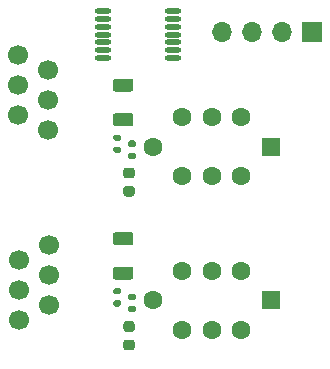
<source format=gbr>
%TF.GenerationSoftware,KiCad,Pcbnew,(5.1.9-0-10_14)*%
%TF.CreationDate,2021-07-01T16:45:12-07:00*%
%TF.ProjectId,vantroller_v5_display,76616e74-726f-46c6-9c65-725f76355f64,rev?*%
%TF.SameCoordinates,Original*%
%TF.FileFunction,Soldermask,Top*%
%TF.FilePolarity,Negative*%
%FSLAX46Y46*%
G04 Gerber Fmt 4.6, Leading zero omitted, Abs format (unit mm)*
G04 Created by KiCad (PCBNEW (5.1.9-0-10_14)) date 2021-07-01 16:45:12*
%MOMM*%
%LPD*%
G01*
G04 APERTURE LIST*
%ADD10O,1.400000X0.449999*%
%ADD11C,1.600000*%
%ADD12R,1.600000X1.600000*%
%ADD13O,1.700000X1.700000*%
%ADD14R,1.700000X1.700000*%
%ADD15C,1.700000*%
G04 APERTURE END LIST*
D10*
%TO.C,U1*%
X76950002Y-34700001D03*
X76950002Y-34050000D03*
X76950002Y-33400001D03*
X76950002Y-32750000D03*
X76950002Y-32100001D03*
X76950002Y-31450000D03*
X76950002Y-30800001D03*
X71050001Y-30800001D03*
X71050001Y-31450000D03*
X71050001Y-32100001D03*
X71050001Y-32750000D03*
X71050001Y-33400001D03*
X71050001Y-34050000D03*
X71050001Y-34700001D03*
%TD*%
D11*
%TO.C,S2*%
X82750000Y-52750000D03*
X80250000Y-52750000D03*
X77750000Y-52750000D03*
X82750000Y-57750000D03*
X80250000Y-57750000D03*
X77750000Y-57750000D03*
D12*
X85250000Y-55250000D03*
D11*
X75250000Y-55250000D03*
%TD*%
%TO.C,S1*%
X82750000Y-39750000D03*
X80250000Y-39750000D03*
X77750000Y-39750000D03*
X82750000Y-44750000D03*
X80250000Y-44750000D03*
X77750000Y-44750000D03*
D12*
X85250000Y-42250000D03*
D11*
X75250000Y-42250000D03*
%TD*%
%TO.C,R6*%
G36*
G01*
X72435000Y-54760000D02*
X72065000Y-54760000D01*
G75*
G02*
X71930000Y-54625000I0J135000D01*
G01*
X71930000Y-54355000D01*
G75*
G02*
X72065000Y-54220000I135000J0D01*
G01*
X72435000Y-54220000D01*
G75*
G02*
X72570000Y-54355000I0J-135000D01*
G01*
X72570000Y-54625000D01*
G75*
G02*
X72435000Y-54760000I-135000J0D01*
G01*
G37*
G36*
G01*
X72435000Y-55780000D02*
X72065000Y-55780000D01*
G75*
G02*
X71930000Y-55645000I0J135000D01*
G01*
X71930000Y-55375000D01*
G75*
G02*
X72065000Y-55240000I135000J0D01*
G01*
X72435000Y-55240000D01*
G75*
G02*
X72570000Y-55375000I0J-135000D01*
G01*
X72570000Y-55645000D01*
G75*
G02*
X72435000Y-55780000I-135000J0D01*
G01*
G37*
%TD*%
%TO.C,R5*%
G36*
G01*
X73315000Y-55740000D02*
X73685000Y-55740000D01*
G75*
G02*
X73820000Y-55875000I0J-135000D01*
G01*
X73820000Y-56145000D01*
G75*
G02*
X73685000Y-56280000I-135000J0D01*
G01*
X73315000Y-56280000D01*
G75*
G02*
X73180000Y-56145000I0J135000D01*
G01*
X73180000Y-55875000D01*
G75*
G02*
X73315000Y-55740000I135000J0D01*
G01*
G37*
G36*
G01*
X73315000Y-54720000D02*
X73685000Y-54720000D01*
G75*
G02*
X73820000Y-54855000I0J-135000D01*
G01*
X73820000Y-55125000D01*
G75*
G02*
X73685000Y-55260000I-135000J0D01*
G01*
X73315000Y-55260000D01*
G75*
G02*
X73180000Y-55125000I0J135000D01*
G01*
X73180000Y-54855000D01*
G75*
G02*
X73315000Y-54720000I135000J0D01*
G01*
G37*
%TD*%
%TO.C,R4*%
G36*
G01*
X72124999Y-52400000D02*
X73375001Y-52400000D01*
G75*
G02*
X73625000Y-52649999I0J-249999D01*
G01*
X73625000Y-53275001D01*
G75*
G02*
X73375001Y-53525000I-249999J0D01*
G01*
X72124999Y-53525000D01*
G75*
G02*
X71875000Y-53275001I0J249999D01*
G01*
X71875000Y-52649999D01*
G75*
G02*
X72124999Y-52400000I249999J0D01*
G01*
G37*
G36*
G01*
X72124999Y-49475000D02*
X73375001Y-49475000D01*
G75*
G02*
X73625000Y-49724999I0J-249999D01*
G01*
X73625000Y-50350001D01*
G75*
G02*
X73375001Y-50600000I-249999J0D01*
G01*
X72124999Y-50600000D01*
G75*
G02*
X71875000Y-50350001I0J249999D01*
G01*
X71875000Y-49724999D01*
G75*
G02*
X72124999Y-49475000I249999J0D01*
G01*
G37*
%TD*%
%TO.C,R3*%
G36*
G01*
X72435000Y-41760000D02*
X72065000Y-41760000D01*
G75*
G02*
X71930000Y-41625000I0J135000D01*
G01*
X71930000Y-41355000D01*
G75*
G02*
X72065000Y-41220000I135000J0D01*
G01*
X72435000Y-41220000D01*
G75*
G02*
X72570000Y-41355000I0J-135000D01*
G01*
X72570000Y-41625000D01*
G75*
G02*
X72435000Y-41760000I-135000J0D01*
G01*
G37*
G36*
G01*
X72435000Y-42780000D02*
X72065000Y-42780000D01*
G75*
G02*
X71930000Y-42645000I0J135000D01*
G01*
X71930000Y-42375000D01*
G75*
G02*
X72065000Y-42240000I135000J0D01*
G01*
X72435000Y-42240000D01*
G75*
G02*
X72570000Y-42375000I0J-135000D01*
G01*
X72570000Y-42645000D01*
G75*
G02*
X72435000Y-42780000I-135000J0D01*
G01*
G37*
%TD*%
%TO.C,R2*%
G36*
G01*
X73315000Y-42740000D02*
X73685000Y-42740000D01*
G75*
G02*
X73820000Y-42875000I0J-135000D01*
G01*
X73820000Y-43145000D01*
G75*
G02*
X73685000Y-43280000I-135000J0D01*
G01*
X73315000Y-43280000D01*
G75*
G02*
X73180000Y-43145000I0J135000D01*
G01*
X73180000Y-42875000D01*
G75*
G02*
X73315000Y-42740000I135000J0D01*
G01*
G37*
G36*
G01*
X73315000Y-41720000D02*
X73685000Y-41720000D01*
G75*
G02*
X73820000Y-41855000I0J-135000D01*
G01*
X73820000Y-42125000D01*
G75*
G02*
X73685000Y-42260000I-135000J0D01*
G01*
X73315000Y-42260000D01*
G75*
G02*
X73180000Y-42125000I0J135000D01*
G01*
X73180000Y-41855000D01*
G75*
G02*
X73315000Y-41720000I135000J0D01*
G01*
G37*
%TD*%
%TO.C,R1*%
G36*
G01*
X72124999Y-39400000D02*
X73375001Y-39400000D01*
G75*
G02*
X73625000Y-39649999I0J-249999D01*
G01*
X73625000Y-40275001D01*
G75*
G02*
X73375001Y-40525000I-249999J0D01*
G01*
X72124999Y-40525000D01*
G75*
G02*
X71875000Y-40275001I0J249999D01*
G01*
X71875000Y-39649999D01*
G75*
G02*
X72124999Y-39400000I249999J0D01*
G01*
G37*
G36*
G01*
X72124999Y-36475000D02*
X73375001Y-36475000D01*
G75*
G02*
X73625000Y-36724999I0J-249999D01*
G01*
X73625000Y-37350001D01*
G75*
G02*
X73375001Y-37600000I-249999J0D01*
G01*
X72124999Y-37600000D01*
G75*
G02*
X71875000Y-37350001I0J249999D01*
G01*
X71875000Y-36724999D01*
G75*
G02*
X72124999Y-36475000I249999J0D01*
G01*
G37*
%TD*%
D13*
%TO.C,J3*%
X81130000Y-32500000D03*
X83670000Y-32500000D03*
X86210000Y-32500000D03*
D14*
X88750000Y-32500000D03*
%TD*%
D15*
%TO.C,J2*%
X66440000Y-50575000D03*
X66440000Y-53115000D03*
X66440000Y-55655000D03*
X63900000Y-51845000D03*
X63900000Y-54405000D03*
X63900000Y-56925000D03*
%TD*%
%TO.C,J1*%
X66379999Y-40864999D03*
X66379999Y-38324999D03*
X66379999Y-35784999D03*
X63839999Y-39594999D03*
X63839999Y-37034999D03*
X63839999Y-34514999D03*
%TD*%
%TO.C,C2*%
G36*
G01*
X73500000Y-57925000D02*
X73000000Y-57925000D01*
G75*
G02*
X72775000Y-57700000I0J225000D01*
G01*
X72775000Y-57250000D01*
G75*
G02*
X73000000Y-57025000I225000J0D01*
G01*
X73500000Y-57025000D01*
G75*
G02*
X73725000Y-57250000I0J-225000D01*
G01*
X73725000Y-57700000D01*
G75*
G02*
X73500000Y-57925000I-225000J0D01*
G01*
G37*
G36*
G01*
X73500000Y-59475000D02*
X73000000Y-59475000D01*
G75*
G02*
X72775000Y-59250000I0J225000D01*
G01*
X72775000Y-58800000D01*
G75*
G02*
X73000000Y-58575000I225000J0D01*
G01*
X73500000Y-58575000D01*
G75*
G02*
X73725000Y-58800000I0J-225000D01*
G01*
X73725000Y-59250000D01*
G75*
G02*
X73500000Y-59475000I-225000J0D01*
G01*
G37*
%TD*%
%TO.C,C1*%
G36*
G01*
X73500000Y-44925000D02*
X73000000Y-44925000D01*
G75*
G02*
X72775000Y-44700000I0J225000D01*
G01*
X72775000Y-44250000D01*
G75*
G02*
X73000000Y-44025000I225000J0D01*
G01*
X73500000Y-44025000D01*
G75*
G02*
X73725000Y-44250000I0J-225000D01*
G01*
X73725000Y-44700000D01*
G75*
G02*
X73500000Y-44925000I-225000J0D01*
G01*
G37*
G36*
G01*
X73500000Y-46475000D02*
X73000000Y-46475000D01*
G75*
G02*
X72775000Y-46250000I0J225000D01*
G01*
X72775000Y-45800000D01*
G75*
G02*
X73000000Y-45575000I225000J0D01*
G01*
X73500000Y-45575000D01*
G75*
G02*
X73725000Y-45800000I0J-225000D01*
G01*
X73725000Y-46250000D01*
G75*
G02*
X73500000Y-46475000I-225000J0D01*
G01*
G37*
%TD*%
M02*

</source>
